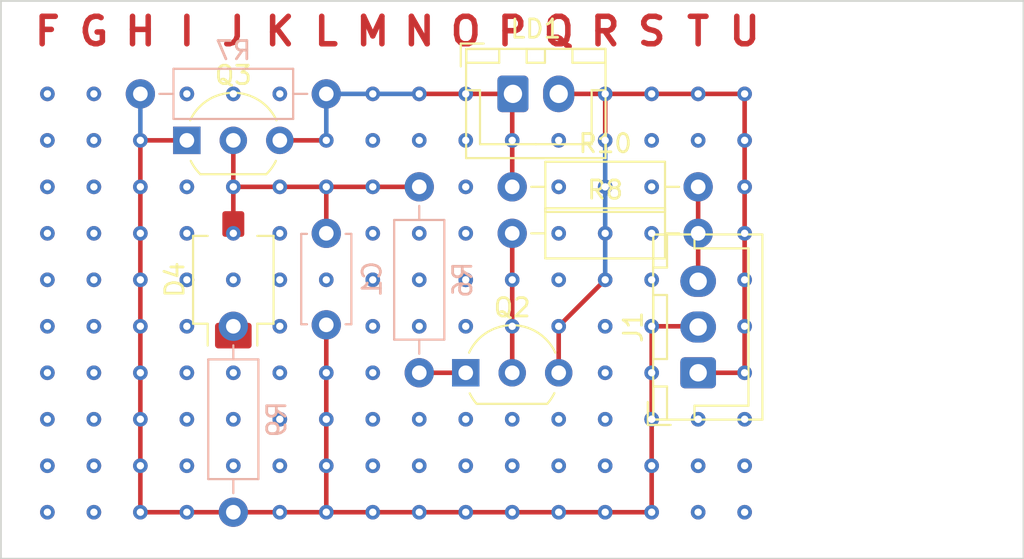
<source format=kicad_pcb>
(kicad_pcb (version 20221018) (generator pcbnew)
  (layers (0 "F.Cu" signal) (31 "B.Cu" signal) (34 "B.Paste" user) (35 "F.Paste" user) (36 "B.SilkS" user "B.Silkscreen") (37 "F.SilkS" user "F.Silkscreen") (38 "B.Mask" user) (39 "F.Mask" user) (44 "Edge.Cuts" user))
  (net 0 "")
  (footprint "Connector_JST:JST_XH_B3B-XH-A_1x03_P2.50mm_Vertical" (layer "F.Cu") (at 88.9 48.26 90)
    (fp_text reference "J1" (at 2.5 -3.55 90) (layer "F.SilkS"))
    (fp_text value "JST_XH_B3B-XH-A_1x03_P2.50mm_Vertical" hide)
    (fp_line (start -2.85 -2.75) (end -2.85 -1.5) (stroke (width 0.12)) (layer "F.SilkS"))
    (fp_line (start -2.56 -2.46) (end -2.56 3.51) (stroke (width 0.12)) (layer "F.SilkS"))
    (fp_line (start -2.56 3.51) (end 7.56 3.51) (stroke (width 0.12)) (layer "F.SilkS"))
    (fp_line (start -2.55 -2.45) (end -2.55 -1.7) (stroke (width 0.12)) (layer "F.SilkS"))
    (fp_line (start -2.55 -1.7) (end -0.75 -1.7) (stroke (width 0.12)) (layer "F.SilkS"))
    (fp_line (start -2.55 -0.2) (end -1.8 -0.2) (stroke (width 0.12)) (layer "F.SilkS"))
    (fp_line (start -1.8 -0.2) (end -1.8 2.75) (stroke (width 0.12)) (layer "F.SilkS"))
    (fp_line (start -1.8 2.75) (end 2.5 2.75) (stroke (width 0.12)) (layer "F.SilkS"))
    (fp_line (start -1.6 -2.75) (end -2.85 -2.75) (stroke (width 0.12)) (layer "F.SilkS"))
    (fp_line (start -0.75 -2.45) (end -2.55 -2.45) (stroke (width 0.12)) (layer "F.SilkS"))
    (fp_line (start -0.75 -1.7) (end -0.75 -2.45) (stroke (width 0.12)) (layer "F.SilkS"))
    (fp_line (start 0.75 -2.45) (end 0.75 -1.7) (stroke (width 0.12)) (layer "F.SilkS"))
    (fp_line (start 0.75 -1.7) (end 4.25 -1.7) (stroke (width 0.12)) (layer "F.SilkS"))
    (fp_line (start 4.25 -2.45) (end 0.75 -2.45) (stroke (width 0.12)) (layer "F.SilkS"))
    (fp_line (start 4.25 -1.7) (end 4.25 -2.45) (stroke (width 0.12)) (layer "F.SilkS"))
    (fp_line (start 5.75 -2.45) (end 5.75 -1.7) (stroke (width 0.12)) (layer "F.SilkS"))
    (fp_line (start 5.75 -1.7) (end 7.55 -1.7) (stroke (width 0.12)) (layer "F.SilkS"))
    (fp_line (start 6.8 -0.2) (end 6.8 2.75) (stroke (width 0.12)) (layer "F.SilkS"))
    (fp_line (start 6.8 2.75) (end 2.5 2.75) (stroke (width 0.12)) (layer "F.SilkS"))
    (fp_line (start 7.55 -2.45) (end 5.75 -2.45) (stroke (width 0.12)) (layer "F.SilkS"))
    (fp_line (start 7.55 -1.7) (end 7.55 -2.45) (stroke (width 0.12)) (layer "F.SilkS"))
    (fp_line (start 7.55 -0.2) (end 6.8 -0.2) (stroke (width 0.12)) (layer "F.SilkS"))
    (fp_line (start 7.56 -2.46) (end -2.56 -2.46) (stroke (width 0.12)) (layer "F.SilkS"))
    (fp_line (start 7.56 3.51) (end 7.56 -2.46) (stroke (width 0.12)) (layer "F.SilkS"))
    (pad "1" thru_hole roundrect (at 0 0 90) (size 1.7 1.95) (drill 0.95) (layers "*.Cu" "*.Mask") (roundrect_rratio 0.147059))
    (pad "2" thru_hole oval (at 2.5 0 90) (size 1.7 1.95) (drill 0.95) (layers "*.Cu" "*.Mask"))
    (pad "3" thru_hole oval (at 5 0 90) (size 1.7 1.95) (drill 0.95) (layers "*.Cu" "*.Mask"))
  )
  (footprint "Connector_JST:JST_XH_B2B-XH-A_1x02_P2.50mm_Vertical" (layer "F.Cu") (at 78.78 33.02)
    (fp_text reference "LD1" (at 1.25 -3.55) (layer "F.SilkS"))
    (fp_text value "JST_XH_B2B-XH-A_1x02_P2.50mm_Vertical" hide)
    (fp_line (start -2.85 -2.75) (end -2.85 -1.5) (stroke (width 0.12)) (layer "F.SilkS"))
    (fp_line (start -2.56 -2.46) (end -2.56 3.51) (stroke (width 0.12)) (layer "F.SilkS"))
    (fp_line (start -2.56 3.51) (end 5.06 3.51) (stroke (width 0.12)) (layer "F.SilkS"))
    (fp_line (start -2.55 -2.45) (end -2.55 -1.7) (stroke (width 0.12)) (layer "F.SilkS"))
    (fp_line (start -2.55 -1.7) (end -0.75 -1.7) (stroke (width 0.12)) (layer "F.SilkS"))
    (fp_line (start -2.55 -0.2) (end -1.8 -0.2) (stroke (width 0.12)) (layer "F.SilkS"))
    (fp_line (start -1.8 -0.2) (end -1.8 2.75) (stroke (width 0.12)) (layer "F.SilkS"))
    (fp_line (start -1.8 2.75) (end 1.25 2.75) (stroke (width 0.12)) (layer "F.SilkS"))
    (fp_line (start -1.6 -2.75) (end -2.85 -2.75) (stroke (width 0.12)) (layer "F.SilkS"))
    (fp_line (start -0.75 -2.45) (end -2.55 -2.45) (stroke (width 0.12)) (layer "F.SilkS"))
    (fp_line (start -0.75 -1.7) (end -0.75 -2.45) (stroke (width 0.12)) (layer "F.SilkS"))
    (fp_line (start 0.75 -2.45) (end 0.75 -1.7) (stroke (width 0.12)) (layer "F.SilkS"))
    (fp_line (start 0.75 -1.7) (end 1.75 -1.7) (stroke (width 0.12)) (layer "F.SilkS"))
    (fp_line (start 1.75 -2.45) (end 0.75 -2.45) (stroke (width 0.12)) (layer "F.SilkS"))
    (fp_line (start 1.75 -1.7) (end 1.75 -2.45) (stroke (width 0.12)) (layer "F.SilkS"))
    (fp_line (start 3.25 -2.45) (end 3.25 -1.7) (stroke (width 0.12)) (layer "F.SilkS"))
    (fp_line (start 3.25 -1.7) (end 5.05 -1.7) (stroke (width 0.12)) (layer "F.SilkS"))
    (fp_line (start 4.3 -0.2) (end 4.3 2.75) (stroke (width 0.12)) (layer "F.SilkS"))
    (fp_line (start 4.3 2.75) (end 1.25 2.75) (stroke (width 0.12)) (layer "F.SilkS"))
    (fp_line (start 5.05 -2.45) (end 3.25 -2.45) (stroke (width 0.12)) (layer "F.SilkS"))
    (fp_line (start 5.05 -1.7) (end 5.05 -2.45) (stroke (width 0.12)) (layer "F.SilkS"))
    (fp_line (start 5.05 -0.2) (end 4.3 -0.2) (stroke (width 0.12)) (layer "F.SilkS"))
    (fp_line (start 5.06 -2.46) (end -2.56 -2.46) (stroke (width 0.12)) (layer "F.SilkS"))
    (fp_line (start 5.06 3.51) (end 5.06 -2.46) (stroke (width 0.12)) (layer "F.SilkS"))
    (pad "1" thru_hole roundrect (at 0 0) (size 1.7 2) (drill 1) (layers "*.Cu" "*.Mask") (roundrect_rratio 0.147059))
    (pad "2" thru_hole oval (at 2.5 0) (size 1.7 2) (drill 1) (layers "*.Cu" "*.Mask"))
  )
  (footprint "Resistor_THT:R_Axial_DIN0207_L6.3mm_D2.5mm_P10.16mm_Horizontal" (layer "F.Cu") (at 78.74 38.1)
    (fp_text reference "R10" (at 5.08 -2.37) (layer "F.SilkS"))
    (fp_text value "R_Axial_DIN0207_L6.3mm_D2.5mm_P10.16mm_Horizontal" hide)
    (fp_line (start 1.04 0) (end 1.81 0) (stroke (width 0.12)) (layer "F.SilkS"))
    (fp_line (start 1.81 -1.37) (end 1.81 1.37) (stroke (width 0.12)) (layer "F.SilkS"))
    (fp_line (start 1.81 1.37) (end 8.35 1.37) (stroke (width 0.12)) (layer "F.SilkS"))
    (fp_line (start 8.35 -1.37) (end 1.81 -1.37) (stroke (width 0.12)) (layer "F.SilkS"))
    (fp_line (start 8.35 1.37) (end 8.35 -1.37) (stroke (width 0.12)) (layer "F.SilkS"))
    (fp_line (start 9.12 0) (end 8.35 0) (stroke (width 0.12)) (layer "F.SilkS"))
    (pad "1" thru_hole circle (at 0 0) (size 1.6 1.6) (drill 0.8) (layers "*.Cu" "*.Mask"))
    (pad "2" thru_hole oval (at 10.16 0) (size 1.6 1.6) (drill 0.8) (layers "*.Cu" "*.Mask"))
  )
  (footprint "Package_TO_SOT_THT:TO-92L_Inline_Wide" (layer "F.Cu") (at 76.2 48.26)
    (fp_text reference "Q2" (at 2.54 -3.56) (layer "F.SilkS"))
    (fp_text value "TO-92L_Inline_Wide" hide)
    (fp_line (start 0.6 1.7) (end 4.45 1.7) (stroke (width 0.12)) (layer "F.SilkS"))
    (fp_arc (start 0.1836 -1.098807) (mid 1.143021 -2.192817) (end 2.54 -2.6) (stroke (width 0.12)) (layer "F.SilkS"))
    (fp_arc (start 0.6 1.7) (mid 0.389183 1.423933) (end 0.217369 1.122045) (stroke (width 0.12)) (layer "F.SilkS"))
    (fp_arc (start 2.54 -2.6) (mid 3.936979 -2.192818) (end 4.8964 -1.098807) (stroke (width 0.12)) (layer "F.SilkS"))
    (fp_arc (start 4.842383 1.112264) (mid 4.666594 1.419753) (end 4.45 1.7) (stroke (width 0.12)) (layer "F.SilkS"))
    (pad "1" thru_hole rect (at 0 0) (size 1.5 1.5) (drill 0.8) (layers "*.Cu" "*.Mask"))
    (pad "2" thru_hole circle (at 2.54 0) (size 1.5 1.5) (drill 0.8) (layers "*.Cu" "*.Mask"))
    (pad "3" thru_hole circle (at 5.08 0) (size 1.5 1.5) (drill 0.8) (layers "*.Cu" "*.Mask"))
  )
  (footprint "OptoDevice:Osram_SFH2430" (layer "F.Cu") (at 63.5 43.18 90)
    (fp_text reference "D4" (at 0.01 -3.2 90) (layer "F.SilkS"))
    (fp_text value "Osram_SFH2430" hide)
    (fp_line (start -3.59 1.31) (end -2.4 1.31) (stroke (width 0.12)) (layer "F.SilkS"))
    (fp_line (start -2.41 -1.4) (end -3.59 -1.4) (stroke (width 0.12)) (layer "F.SilkS"))
    (fp_line (start -2.4 -2.2) (end -2.4 -1.4) (stroke (width 0.12)) (layer "F.SilkS"))
    (fp_line (start -2.4 1.31) (end -2.4 2.2) (stroke (width 0.12)) (layer "F.SilkS"))
    (fp_line (start -2.4 2.2) (end 2.4 2.2) (stroke (width 0.12)) (layer "F.SilkS"))
    (fp_line (start 2.4 -2.2) (end -2.4 -2.2) (stroke (width 0.12)) (layer "F.SilkS"))
    (fp_line (start 2.4 -1.4) (end 2.4 -2.2) (stroke (width 0.12)) (layer "F.SilkS"))
    (fp_line (start 2.4 2.2) (end 2.4 1.31) (stroke (width 0.12)) (layer "F.SilkS"))
    (pad "1" smd roundrect (at -3.05 0 270) (size 1.4 2) (layers "F.Cu" "F.Mask") (roundrect_rratio 0.125))
    (pad "2" smd roundrect (at 3.05 0 270) (size 1.4 1.2) (layers "F.Cu" "F.Mask") (roundrect_rratio 0.125))
  )
  (footprint "Resistor_THT:R_Axial_DIN0207_L6.3mm_D2.5mm_P10.16mm_Horizontal" (layer "F.Cu") (at 78.74 40.64)
    (fp_text reference "R8" (at 5.08 -2.37) (layer "F.SilkS"))
    (fp_text value "R_Axial_DIN0207_L6.3mm_D2.5mm_P10.16mm_Horizontal" hide)
    (fp_line (start 1.04 0) (end 1.81 0) (stroke (width 0.12)) (layer "F.SilkS"))
    (fp_line (start 1.81 -1.37) (end 1.81 1.37) (stroke (width 0.12)) (layer "F.SilkS"))
    (fp_line (start 1.81 1.37) (end 8.35 1.37) (stroke (width 0.12)) (layer "F.SilkS"))
    (fp_line (start 8.35 -1.37) (end 1.81 -1.37) (stroke (width 0.12)) (layer "F.SilkS"))
    (fp_line (start 8.35 1.37) (end 8.35 -1.37) (stroke (width 0.12)) (layer "F.SilkS"))
    (fp_line (start 9.12 0) (end 8.35 0) (stroke (width 0.12)) (layer "F.SilkS"))
    (pad "1" thru_hole circle (at 0 0) (size 1.6 1.6) (drill 0.8) (layers "*.Cu" "*.Mask"))
    (pad "2" thru_hole oval (at 10.16 0) (size 1.6 1.6) (drill 0.8) (layers "*.Cu" "*.Mask"))
  )
  (footprint "Package_TO_SOT_THT:TO-92_Inline_Wide" (layer "F.Cu") (at 60.96 35.56)
    (fp_text reference "Q3" (at 2.54 -3.56) (layer "F.SilkS"))
    (fp_text value "TO-92_Inline_Wide" hide)
    (fp_line (start 0.74 1.85) (end 4.34 1.85) (stroke (width 0.12)) (layer "F.SilkS"))
    (fp_arc (start 0.1836 -1.098807) (mid 1.143021 -2.192817) (end 2.54 -2.6) (stroke (width 0.12)) (layer "F.SilkS"))
    (fp_arc (start 0.74 1.85) (mid 0.446097 1.509328) (end 0.215816 1.122795) (stroke (width 0.12)) (layer "F.SilkS"))
    (fp_arc (start 2.54 -2.6) (mid 3.936979 -2.192818) (end 4.8964 -1.098807) (stroke (width 0.12)) (layer "F.SilkS"))
    (fp_arc (start 4.864184 1.122795) (mid 4.633903 1.509328) (end 4.34 1.85) (stroke (width 0.12)) (layer "F.SilkS"))
    (pad "1" thru_hole rect (at 0 0) (size 1.5 1.5) (drill 0.8) (layers "*.Cu" "*.Mask"))
    (pad "2" thru_hole circle (at 2.54 0) (size 1.5 1.5) (drill 0.8) (layers "*.Cu" "*.Mask"))
    (pad "3" thru_hole circle (at 5.08 0) (size 1.5 1.5) (drill 0.8) (layers "*.Cu" "*.Mask"))
  )
  (footprint "Resistor_THT:R_Axial_DIN0207_L6.3mm_D2.5mm_P10.16mm_Horizontal" (layer "B.Cu") (at 73.66 48.26 90)
    (fp_text reference "R6" (at 5.08 2.37 90) (layer "B.SilkS") (effects (justify mirror)))
    (fp_text value "R_Axial_DIN0207_L6.3mm_D2.5mm_P10.16mm_Horizontal" hide)
    (fp_line (start 1.04 0) (end 1.81 0) (stroke (width 0.12)) (layer "B.SilkS"))
    (fp_line (start 1.81 -1.37) (end 8.35 -1.37) (stroke (width 0.12)) (layer "B.SilkS"))
    (fp_line (start 1.81 1.37) (end 1.81 -1.37) (stroke (width 0.12)) (layer "B.SilkS"))
    (fp_line (start 8.35 -1.37) (end 8.35 1.37) (stroke (width 0.12)) (layer "B.SilkS"))
    (fp_line (start 8.35 1.37) (end 1.81 1.37) (stroke (width 0.12)) (layer "B.SilkS"))
    (fp_line (start 9.12 0) (end 8.35 0) (stroke (width 0.12)) (layer "B.SilkS"))
    (pad "1" thru_hole circle (at 0 0 90) (size 1.6 1.6) (drill 0.8) (layers "*.Cu" "*.Mask"))
    (pad "2" thru_hole oval (at 10.16 0 90) (size 1.6 1.6) (drill 0.8) (layers "*.Cu" "*.Mask"))
  )
  (footprint "Capacitor_THT:C_Disc_D4.7mm_W2.5mm_P5.00mm" (layer "B.Cu") (at 68.58 45.64 90)
    (fp_text reference "C1" (at 2.5 2.5 90) (layer "B.SilkS") (effects (justify mirror)))
    (fp_text value "C_Disc_D4.7mm_W2.5mm_P5.00mm" hide)
    (fp_line (start 0.03 -1.37) (end 4.97 -1.37) (stroke (width 0.12)) (layer "B.SilkS"))
    (fp_line (start 0.03 -1.055) (end 0.03 -1.37) (stroke (width 0.12)) (layer "B.SilkS"))
    (fp_line (start 0.03 1.37) (end 0.03 1.055) (stroke (width 0.12)) (layer "B.SilkS"))
    (fp_line (start 0.03 1.37) (end 4.97 1.37) (stroke (width 0.12)) (layer "B.SilkS"))
    (fp_line (start 4.97 -1.055) (end 4.97 -1.37) (stroke (width 0.12)) (layer "B.SilkS"))
    (fp_line (start 4.97 1.37) (end 4.97 1.055) (stroke (width 0.12)) (layer "B.SilkS"))
    (pad "1" thru_hole circle (at 0 0 90) (size 1.6 1.6) (drill 0.8) (layers "*.Cu" "*.Mask"))
    (pad "2" thru_hole circle (at 5 0 90) (size 1.6 1.6) (drill 0.8) (layers "*.Cu" "*.Mask"))
  )
  (footprint "Resistor_THT:R_Axial_DIN0207_L6.3mm_D2.5mm_P10.16mm_Horizontal" (layer "B.Cu") (at 63.5 55.88 90)
    (fp_text reference "R9" (at 5.08 2.37 90) (layer "B.SilkS") (effects (justify mirror)))
    (fp_text value "R_Axial_DIN0207_L6.3mm_D2.5mm_P10.16mm_Horizontal" hide)
    (fp_line (start 1.04 0) (end 1.81 0) (stroke (width 0.12)) (layer "B.SilkS"))
    (fp_line (start 1.81 -1.37) (end 8.35 -1.37) (stroke (width 0.12)) (layer "B.SilkS"))
    (fp_line (start 1.81 1.37) (end 1.81 -1.37) (stroke (width 0.12)) (layer "B.SilkS"))
    (fp_line (start 8.35 -1.37) (end 8.35 1.37) (stroke (width 0.12)) (layer "B.SilkS"))
    (fp_line (start 8.35 1.37) (end 1.81 1.37) (stroke (width 0.12)) (layer "B.SilkS"))
    (fp_line (start 9.12 0) (end 8.35 0) (stroke (width 0.12)) (layer "B.SilkS"))
    (pad "1" thru_hole circle (at 0 0 90) (size 1.6 1.6) (drill 0.8) (layers "*.Cu" "*.Mask"))
    (pad "2" thru_hole oval (at 10.16 0 90) (size 1.6 1.6) (drill 0.8) (layers "*.Cu" "*.Mask"))
  )
  (footprint "Resistor_THT:R_Axial_DIN0207_L6.3mm_D2.5mm_P10.16mm_Horizontal" (layer "B.Cu") (at 68.58 33.02 180)
    (fp_text reference "R7" (at 5.08 2.37) (layer "B.SilkS") (effects (justify mirror)))
    (fp_text value "R_Axial_DIN0207_L6.3mm_D2.5mm_P10.16mm_Horizontal" hide)
    (fp_line (start 1.04 0) (end 1.81 0) (stroke (width 0.12)) (layer "B.SilkS"))
    (fp_line (start 1.81 -1.37) (end 8.35 -1.37) (stroke (width 0.12)) (layer "B.SilkS"))
    (fp_line (start 1.81 1.37) (end 1.81 -1.37) (stroke (width 0.12)) (layer "B.SilkS"))
    (fp_line (start 8.35 -1.37) (end 8.35 1.37) (stroke (width 0.12)) (layer "B.SilkS"))
    (fp_line (start 8.35 1.37) (end 1.81 1.37) (stroke (width 0.12)) (layer "B.SilkS"))
    (fp_line (start 9.12 0) (end 8.35 0) (stroke (width 0.12)) (layer "B.SilkS"))
    (pad "1" thru_hole circle (at 0 0 180) (size 1.6 1.6) (drill 0.8) (layers "*.Cu" "*.Mask"))
    (pad "2" thru_hole oval (at 10.16 0 180) (size 1.6 1.6) (drill 0.8) (layers "*.Cu" "*.Mask"))
  )
  (gr_rect (start 50.8 27.94) (end 106.68 58.42) (stroke (width 0.1)) (fill none) (layer "Edge.Cuts"))
  (gr_text "O" (at 76.2 30.48) (layer "F.Cu") (effects (font (size 1.5 1.5) (thickness 0.3) bold) (justify bottom)))
  (gr_text "I" (at 60.96 30.48) (layer "F.Cu") (effects (font (size 1.5 1.5) (thickness 0.3) bold) (justify bottom)))
  (gr_text "N" (at 73.66 30.48) (layer "F.Cu") (effects (font (size 1.5 1.5) (thickness 0.3) bold) (justify bottom)))
  (gr_text "R" (at 83.82 30.48) (layer "F.Cu") (effects (font (size 1.5 1.5) (thickness 0.3) bold) (justify bottom)))
  (gr_text "K" (at 66.04 30.48) (layer "F.Cu") (effects (font (size 1.5 1.5) (thickness 0.3) bold) (justify bottom)))
  (gr_text "G" (at 55.88 30.48) (layer "F.Cu") (effects (font (size 1.5 1.5) (thickness 0.3) bold) (justify bottom)))
  (gr_text "L" (at 68.58 30.48) (layer "F.Cu") (effects (font (size 1.5 1.5) (thickness 0.3) bold) (justify bottom)))
  (gr_text "J" (at 63.5 30.48) (layer "F.Cu") (effects (font (size 1.5 1.5) (thickness 0.3) bold) (justify bottom)))
  (gr_text "U" (at 91.44 30.48) (layer "F.Cu") (effects (font (size 1.5 1.5) (thickness 0.3) bold) (justify bottom)))
  (gr_text "T" (at 88.9 30.48) (layer "F.Cu") (effects (font (size 1.5 1.5) (thickness 0.3) bold) (justify bottom)))
  (gr_text "H" (at 58.42 30.48) (layer "F.Cu") (effects (font (size 1.5 1.5) (thickness 0.3) bold) (justify bottom)))
  (gr_text "P" (at 78.74 30.48) (layer "F.Cu") (effects (font (size 1.5 1.5) (thickness 0.3) bold) (justify bottom)))
  (gr_text "M" (at 71.12 30.48) (layer "F.Cu") (effects (font (size 1.5 1.5) (thickness 0.3) bold) (justify bottom)))
  (gr_text "Q" (at 81.28 30.48) (layer "F.Cu") (effects (font (size 1.5 1.5) (thickness 0.3) bold) (justify bottom)))
  (gr_text "F" (at 53.34 30.48) (layer "F.Cu") (effects (font (size 1.5 1.5) (thickness 0.3) bold) (justify bottom)))
  (gr_text "S" (at 86.36 30.48) (layer "F.Cu") (effects (font (size 1.5 1.5) (thickness 0.3) bold) (justify bottom)))
  (segment (start 68.58 35.56) (end 66.04 35.56) (width 0.25) (layer "F.Cu") (net 0))
  (segment (start 63.5 38.1) (end 73.66 38.1) (width 0.25) (layer "F.Cu") (net 0))
  (segment (start 81.28 48.26) (end 81.28 45.72) (width 0.25) (layer "F.Cu") (net 0))
  (segment (start 68.58 55.88) (end 68.58 53.34) (width 0.25) (layer "F.Cu") (net 0))
  (segment (start 86.36 55.88) (end 86.36 53.34) (width 0.25) (layer "F.Cu") (net 0))
  (segment (start 63.5 35.56) (end 63.5 40.64) (width 0.25) (layer "F.Cu") (net 0))
  (segment (start 73.66 33.02) (end 78.78 33.02) (width 0.25) (layer "F.Cu") (net 0))
  (segment (start 76.2 48.26) (end 73.66 48.26) (width 0.25) (layer "F.Cu") (net 0))
  (segment (start 78.74 40.64) (end 78.74 48.26) (width 0.25) (layer "F.Cu") (net 0))
  (segment (start 58.42 50.8) (end 58.42 53.34) (width 0.25) (layer "F.Cu") (net 0))
  (segment (start 78.74 38.1) (end 78.74 33.02) (width 0.25) (layer "F.Cu") (net 0))
  (segment (start 68.58 38.1) (end 68.58 40.64) (width 0.25) (layer "F.Cu") (net 0))
  (segment (start 81.28 45.72) (end 83.82 43.18) (width 0.25) (layer "F.Cu") (net 0))
  (segment (start 68.58 50.8) (end 68.58 45.72) (width 0.25) (layer "F.Cu") (net 0))
  (segment (start 88.9 43.26) (end 88.9 38.1) (width 0.25) (layer "F.Cu") (net 0))
  (segment (start 68.58 50.8) (end 68.58 53.34) (width 0.25) (layer "F.Cu") (net 0))
  (segment (start 86.36 45.72) (end 88.9 45.72) (width 0.25) (layer "F.Cu") (net 0))
  (segment (start 58.42 35.56) (end 58.42 50.8) (width 0.25) (layer "F.Cu") (net 0))
  (segment (start 91.44 33.02) (end 81.28 33.02) (width 0.25) (layer "F.Cu") (net 0))
  (segment (start 60.96 35.56) (end 58.42 35.56) (width 0.25) (layer "F.Cu") (net 0))
  (segment (start 88.9 48.26) (end 91.44 48.26) (width 0.25) (layer "F.Cu") (net 0))
  (segment (start 86.36 53.34) (end 86.36 45.72) (width 0.25) (layer "F.Cu") (net 0))
  (segment (start 58.42 53.34) (end 58.42 55.88) (width 0.25) (layer "F.Cu") (net 0))
  (segment (start 91.44 48.26) (end 91.44 33.02) (width 0.25) (layer "F.Cu") (net 0))
  (segment (start 58.42 55.88) (end 86.36 55.88) (width 0.25) (layer "F.Cu") (net 0))
  (segment (start 83.82 33.02) (end 83.82 35.56) (width 0.25) (layer "F.Cu") (net 0))
  (via (at 63.5 45.72) (size 0.8) (drill 0.4) (layers "F.Cu" "B.Cu") (net 0))
  (via (at 83.82 45.72) (size 0.8) (drill 0.4) (layers "F.Cu" "B.Cu") (net 0))
  (via (at 68.58 45.72) (size 0.8) (drill 0.4) (layers "F.Cu" "B.Cu") (net 0))
  (via (at 63.5 38.1) (size 0.8) (drill 0.4) (layers "F.Cu" "B.Cu") (net 0))
  (via (at 60.96 50.8) (size 0.8) (drill 0.4) (layers "F.Cu" "B.Cu") (net 0))
  (via (at 68.58 40.64) (size 0.8) (drill 0.4) (layers "F.Cu" "B.Cu") (net 0))
  (via (at 58.42 53.34) (size 0.8) (drill 0.4) (layers "F.Cu" "B.Cu") (net 0))
  (via (at 66.04 50.8) (size 0.8) (drill 0.4) (layers "F.Cu" "B.Cu") (net 0))
  (via (at 71.12 43.18) (size 0.8) (drill 0.4) (layers "F.Cu" "B.Cu") (net 0))
  (via (at 55.88 33.02) (size 0.8) (drill 0.4) (layers "F.Cu" "B.Cu") (net 0))
  (via (at 81.28 45.72) (size 0.8) (drill 0.4) (layers "F.Cu" "B.Cu") (net 0))
  (via (at 60.96 38.1) (size 0.8) (drill 0.4) (layers "F.Cu" "B.Cu") (net 0))
  (via (at 58.42 48.26) (size 0.8) (drill 0.4) (layers "F.Cu" "B.Cu") (net 0))
  (via (at 91.44 35.56) (size 0.8) (drill 0.4) (layers "F.Cu" "B.Cu") (net 0))
  (via (at 76.2 55.88) (size 0.8) (drill 0.4) (layers "F.Cu" "B.Cu") (net 0))
  (via (at 68.58 38.1) (size 0.8) (drill 0.4) (layers "F.Cu" "B.Cu") (net 0))
  (via (at 83.82 53.34) (size 0.8) (drill 0.4) (layers "F.Cu" "B.Cu") (net 0))
  (via (at 81.28 53.34) (size 0.8) (drill 0.4) (layers "F.Cu" "B.Cu") (net 0))
  (via (at 58.42 40.64) (size 0.8) (drill 0.4) (layers "F.Cu" "B.Cu") (net 0))
  (via (at 88.9 50.8) (size 0.8) (drill 0.4) (layers "F.Cu" "B.Cu") (net 0))
  (via (at 73.66 43.18) (size 0.8) (drill 0.4) (layers "F.Cu" "B.Cu") (net 0))
  (via (at 63.5 55.88) (size 0.8) (drill 0.4) (layers "F.Cu" "B.Cu") (net 0))
  (via (at 83.82 35.56) (size 0.8) (drill 0.4) (layers "F.Cu" "B.Cu") (net 0))
  (via (at 78.74 38.1) (size 0.8) (drill 0.4) (layers "F.Cu" "B.Cu") (net 0))
  (via (at 60.96 48.26) (size 0.8) (drill 0.4) (layers "F.Cu" "B.Cu") (net 0))
  (via (at 76.2 53.34) (size 0.8) (drill 0.4) (layers "F.Cu" "B.Cu") (net 0))
  (via (at 60.96 45.72) (size 0.8) (drill 0.4) (layers "F.Cu" "B.Cu") (net 0))
  (via (at 63.5 35.56) (size 0.8) (drill 0.4) (layers "F.Cu" "B.Cu") (net 0))
  (via (at 71.12 38.1) (size 0.8) (drill 0.4) (layers "F.Cu" "B.Cu") (net 0))
  (via (at 58.42 55.88) (size 0.8) (drill 0.4) (layers "F.Cu" "B.Cu") (net 0))
  (via (at 53.34 45.72) (size 0.8) (drill 0.4) (layers "F.Cu" "B.Cu") (net 0))
  (via (at 58.42 50.8) (size 0.8) (drill 0.4) (layers "F.Cu" "B.Cu") (net 0))
  (via (at 78.74 35.56) (size 0.8) (drill 0.4) (layers "F.Cu" "B.Cu") (net 0))
  (via (at 60.96 33.02) (size 0.8) (drill 0.4) (layers "F.Cu" "B.Cu") (net 0))
  (via (at 68.58 53.34) (size 0.8) (drill 0.4) (layers "F.Cu" "B.Cu") (net 0))
  (via (at 83.82 43.18) (size 0.8) (drill 0.4) (layers "F.Cu" "B.Cu") (net 0))
  (via (at 58.42 38.1) (size 0.8) (drill 0.4) (layers "F.Cu" "B.Cu") (net 0))
  (via (at 88.9 33.02) (size 0.8) (drill 0.4) (layers "F.Cu" "B.Cu") (net 0))
  (via (at 58.42 43.18) (size 0.8) (drill 0.4) (layers "F.Cu" "B.Cu") (net 0))
  (via (at 73.66 38.1) (size 0.8) (drill 0.4) (layers "F.Cu" "B.Cu") (net 0))
  (via (at 81.28 38.1) (size 0.8) (drill 0.4) (layers "F.Cu" "B.Cu") (net 0))
  (via (at 83.82 48.26) (size 0.8) (drill 0.4) (layers "F.Cu" "B.Cu") (net 0))
  (via (at 73.66 40.64) (size 0.8) (drill 0.4) (layers "F.Cu" "B.Cu") (net 0))
  (via (at 76.2 38.1) (size 0.8) (drill 0.4) (layers "F.Cu" "B.Cu") (net 0))
  (via (at 73.66 45.72) (size 0.8) (drill 0.4) (layers "F.Cu" "B.Cu") (net 0))
  (via (at 78.74 55.88) (size 0.8) (drill 0.4) (layers "F.Cu" "B.Cu") (net 0))
  (via (at 66.04 48.26) (size 0.8) (drill 0.4) (layers "F.Cu" "B.Cu") (net 0))
  (via (at 88.9 38.1) (size 0.8) (drill 0.4) (layers "F.Cu" "B.Cu") (net 0))
  (via (at 81.28 35.56) (size 0.8) (drill 0.4) (layers "F.Cu" "B.Cu") (net 0))
  (via (at 66.04 55.88) (size 0.8) (drill 0.4) (layers "F.Cu" "B.Cu") (net 0))
  (via (at 86.36 40.64) (size 0.8) (drill 0.4) (layers "F.Cu" "B.Cu") (net 0))
  (via (at 73.66 55.88) (size 0.8) (drill 0.4) (layers "F.Cu" "B.Cu") (net 0))
  (via (at 83.82 38.1) (size 0.8) (drill 0.4) (layers "F.Cu" "B.Cu") (net 0))
  (via (at 53.34 40.64) (size 0.8) (drill 0.4) (layers "F.Cu" "B.Cu") (net 0))
  (via (at 76.2 43.18) (size 0.8) (drill 0.4) (layers "F.Cu" "B.Cu") (net 0))
  (via (at 86.36 38.1) (size 0.8) (drill 0.4) (layers "F.Cu" "B.Cu") (net 0))
  (via (at 78.74 33.02) (size 0.8) (drill 0.4) (layers "F.Cu" "B.Cu") (net 0))
  (via (at 68.58 35.56) (size 0.8) (drill 0.4) (layers "F.Cu" "B.Cu") (net 0))
  (via (at 81.28 48.26) (size 0.8) (drill 0.4) (layers "F.Cu" "B.Cu") (net 0))
  (via (at 68.58 43.18) (size 0.8) (drill 0.4) (layers "F.Cu" "B.Cu") (net 0))
  (via (at 91.44 55.88) (size 0.8) (drill 0.4) (layers "F.Cu" "B.Cu") (net 0))
  (via (at 86.36 50.8) (size 0.8) (drill 0.4) (layers "F.Cu" "B.Cu") (net 0))
  (via (at 71.12 33.02) (size 0.8) (drill 0.4) (layers "F.Cu" "B.Cu") (net 0))
  (via (at 81.28 40.64) (size 0.8) (drill 0.4) (layers "F.Cu" "B.Cu") (net 0))
  (via (at 66.04 45.72) (size 0.8) (drill 0.4) (layers "F.Cu" "B.Cu") (net 0))
  (via (at 53.34 48.26) (size 0.8) (drill 0.4) (layers "F.Cu" "B.Cu") (net 0))
  (via (at 71.12 48.26) (size 0.8) (drill 0.4) (layers "F.Cu" "B.Cu") (net 0))
  (via (at 63.5 33.02) (size 0.8) (drill 0.4) (layers "F.Cu" "B.Cu") (net 0))
  (via (at 78.74 43.18) (size 0.8) (drill 0.4) (layers "F.Cu" "B.Cu") (net 0))
  (via (at 88.9 48.26) (size 0.8) (drill 0.4) (layers "F.Cu" "B.Cu") (net 0))
  (via (at 55.88 48.26) (size 0.8) (drill 0.4) (layers "F.Cu" "B.Cu") (net 0))
  (via (at 91.44 40.64) (size 0.8) (drill 0.4) (layers "F.Cu" "B.Cu") (net 0))
  (via (at 53.34 43.18) (size 0.8) (drill 0.4) (layers "F.Cu" "B.Cu") (net 0))
  (via (at 60.96 40.64) (size 0.8) (drill 0.4) (layers "F.Cu" "B.Cu") (net 0))
  (via (at 91.44 38.1) (size 0.8) (drill 0.4) (layers "F.Cu" "B.Cu") (net 0))
  (via (at 53.34 50.8) (size 0.8) (drill 0.4) (layers "F.Cu" "B.Cu") (net 0))
  (via (at 76.2 35.56) (size 0.8) (drill 0.4) (layers "F.Cu" "B.Cu") (net 0))
  (via (at 73.66 33.02) (size 0.8) (drill 0.4) (layers "F.Cu" "B.Cu") (net 0))
  (via (at 91.44 50.8) (size 0.8) (drill 0.4) (layers "F.Cu" "B.Cu") (net 0))
  (via (at 81.28 55.88) (size 0.8) (drill 0.4) (layers "F.Cu" "B.Cu") (net 0))
  (via (at 68.58 48.26) (size 0.8) (drill 0.4) (layers "F.Cu" "B.Cu") (net 0))
  (via (at 55.88 50.8) (size 0.8) (drill 0.4) (layers "F.Cu" "B.Cu") (net 0))
  (via (at 66.04 43.18) (size 0.8) (drill 0.4) (layers "F.Cu" "B.Cu") (net 0))
  (via (at 63.5 35.56) (size 0.8) (drill 0.4) (layers "F.Cu" "B.Cu") (net 0))
  (via (at 88.9 55.88) (size 0.8) (drill 0.4) (layers "F.Cu" "B.Cu") (net 0))
  (via (at 53.34 33.02) (size 0.8) (drill 0.4) (layers "F.Cu" "B.Cu") (net 0))
  (via (at 66.04 40.64) (size 0.8) (drill 0.4) (layers "F.Cu" "B.Cu") (net 0))
  (via (at 86.36 35.56) (size 0.8) (drill 0.4) (layers "F.Cu" "B.Cu") (net 0))
  (via (at 60.96 35.56) (size 0.8) (drill 0.4) (layers "F.Cu" "B.Cu") (net 0))
  (via (at 73.66 53.34) (size 0.8) (drill 0.4) (layers "F.Cu" "B.Cu") (net 0))
  (via (at 73.66 48.26) (size 0.8) (drill 0.4) (layers "F.Cu" "B.Cu") (net 0))
  (via (at 53.34 55.88) (size 0.8) (drill 0.4) (layers "F.Cu" "B.Cu") (net 0))
  (via (at 83.82 33.02) (size 0.8) (drill 0.4) (layers "F.Cu" "B.Cu") (net 0))
  (via (at 81.28 33.02) (size 0.8) (drill 0.4) (layers "F.Cu" "B.Cu") (net 0))
  (via (at 83.82 40.64) (size 0.8) (drill 0.4) (layers "F.Cu" "B.Cu") (net 0))
  (via (at 53.34 35.56) (size 0.8) (drill 0.4) (layers "F.Cu" "B.Cu") (net 0))
  (via (at 91.44 33.02) (size 0.8) (drill 0.4) (layers "F.Cu" "B.Cu") (net 0))
  (via (at 71.12 53.34) (size 0.8) (drill 0.4) (layers "F.Cu" "B.Cu") (net 0))
  (via (at 83.82 55.88) (size 0.8) (drill 0.4) (layers "F.Cu" "B.Cu") (net 0))
  (via (at 78.74 53.34) (size 0.8) (drill 0.4) (layers "F.Cu" "B.Cu") (net 0))
  (via (at 63.5 48.26) (size 0.8) (drill 0.4) (layers "F.Cu" "B.Cu") (net 0))
  (via (at 86.36 43.18) (size 0.8) (drill 0.4) (layers "F.Cu" "B.Cu") (net 0))
  (via (at 71.12 40.64) (size 0.8) (drill 0.4) (layers "F.Cu" "B.Cu") (net 0))
  (via (at 66.04 33.02) (size 0.8) (drill 0.4) (layers "F.Cu" "B.Cu") (net 0))
  (via (at 63.5 40.64) (size 0.8) (drill 0.4) (layers "F.Cu" "B.Cu") (net 0))
  (via (at 86.36 53.34) (size 0.8) (drill 0.4) (layers "F.Cu" "B.Cu") (net 0))
  (via (at 88.9 43.18) (size 0.8) (drill 0.4) (layers "F.Cu" "B.Cu") (net 0))
  (via (at 68.58 50.8) (size 0.8) (drill 0.4) (layers "F.Cu" "B.Cu") (net 0))
  (via (at 88.9 45.72) (size 0.8) (drill 0.4) (layers "F.Cu" "B.Cu") (net 0))
  (via (at 58.42 35.56) (size 0.8) (drill 0.4) (layers "F.Cu" "B.Cu") (net 0))
  (via (at 86.36 33.02) (size 0.8) (drill 0.4) (layers "F.Cu" "B.Cu") (net 0))
  (via (at 78.74 40.64) (size 0.8) (drill 0.4) (layers "F.Cu" "B.Cu") (net 0))
  (via (at 66.04 35.56) (size 0.8) (drill 0.4) (layers "F.Cu" "B.Cu") (net 0))
  (via (at 76.2 40.64) (size 0.8) (drill 0.4) (layers "F.Cu" "B.Cu") (net 0))
  (via (at 73.66 35.56) (size 0.8) (drill 0.4) (layers "F.Cu" "B.Cu") (net 0))
  (via (at 86.36 45.72) (size 0.8) (drill 0.4) (layers "F.Cu" "B.Cu") (net 0))
  (via (at 88.9 53.34) (size 0.8) (drill 0.4) (layers "F.Cu" "B.Cu") (net 0))
  (via (at 55.88 40.64) (size 0.8) (drill 0.4) (layers "F.Cu" "B.Cu") (net 0))
  (via (at 73.66 50.8) (size 0.8) (drill 0.4) (layers "F.Cu" "B.Cu") (net 0))
  (via (at 66.04 38.1) (size 0.8) (drill 0.4) (layers "F.Cu" "B.Cu") (net 0))
  (via (at 78.74 45.72) (size 0.8) (drill 0.4) (layers "F.Cu" "B.Cu") (net 0))
  (via (at 58.42 33.02) (size 0.8) (drill 0.4) (layers "F.Cu" "B.Cu") (net 0))
  (via (at 76.2 45.72) (size 0.8) (drill 0.4) (layers "F.Cu" "B.Cu") (net 0))
  (via (at 81.28 43.18) (size 0.8) (drill 0.4) (layers "F.Cu" "B.Cu") (net 0))
  (via (at 91.44 45.72) (size 0.8) (drill 0.4) (layers "F.Cu" "B.Cu") (net 0))
  (via (at 88.9 35.56) (size 0.8) (drill 0.4) (layers "F.Cu" "B.Cu") (net 0))
  (via (at 91.44 43.18) (size 0.8) (drill 0.4) (layers "F.Cu" "B.Cu") (net 0))
  (via (at 55.88 43.18) (size 0.8) (drill 0.4) (layers "F.Cu" "B.Cu") (net 0))
  (via (at 68.58 55.88) (size 0.8) (drill 0.4) (layers "F.Cu" "B.Cu") (net 0))
  (via (at 88.9 50.8) (size 0.8) (drill 0.4) (layers "F.Cu" "B.Cu") (net 0))
  (via (at 78.74 48.26) (size 0.8) (drill 0.4) (layers "F.Cu" "B.Cu") (net 0))
  (via (at 86.36 55.88) (size 0.8) (drill 0.4) (layers "F.Cu" "B.Cu") (net 0))
  (via (at 63.5 50.8) (size 0.8) (drill 0.4) (layers "F.Cu" "B.Cu") (net 0))
  (via (at 83.82 50.8) (size 0.8) (drill 0.4) (layers "F.Cu" "B.Cu") (net 0))
  (via (at 91.44 53.34) (size 0.8) (drill 0.4) (layers "F.Cu" "B.Cu") (net 0))
  (via (at 68.58 33.02) (size 0.8) (drill 0.4) (layers "F.Cu" "B.Cu") (net 0))
  (via (at 63.5 53.34) (size 0.8) (drill 0.4) (layers "F.Cu" "B.Cu") (net 0))
  (via (at 91.44 48.26) (size 0.8) (drill 0.4) (layers "F.Cu" "B.Cu") (net 0))
  (via (at 53.34 38.1) (size 0.8) (drill 0.4) (layers "F.Cu" "B.Cu") (net 0))
  (via (at 55.88 55.88) (size 0.8) (drill 0.4) (layers "F.Cu" "B.Cu") (net 0))
  (via (at 60.96 55.88) (size 0.8) (drill 0.4) (layers "F.Cu" "B.Cu") (net 0))
  (via (at 86.36 50.8) (size 0.8) (drill 0.4) (layers "F.Cu" "B.Cu") (net 0))
  (via (at 71.12 50.8) (size 0.8) (drill 0.4) (layers "F.Cu" "B.Cu") (net 0))
  (via (at 60.96 43.18) (size 0.8) (drill 0.4) (layers "F.Cu" "B.Cu") (net 0))
  (via (at 63.5 43.18) (size 0.8) (drill 0.4) (layers "F.Cu" "B.Cu") (net 0))
  (via (at 55.88 35.56) (size 0.8) (drill 0.4) (layers "F.Cu" "B.Cu") (net 0))
  (via (at 88.9 40.64) (size 0.8) (drill 0.4) (layers "F.Cu" "B.Cu") (net 0))
  (via (at 81.28 50.8) (size 0.8) (drill 0.4) (layers "F.Cu" "B.Cu") (net 0))
  (via (at 55.88 53.34) (size 0.8) (drill 0.4) (layers "F.Cu" "B.Cu") (net 0))
  (via (at 71.12 55.88) (size 0.8) (drill 0.4) (layers "F.Cu" "B.Cu") (net 0))
  (via (at 55.88 45.72) (size 0.8) (drill 0.4) (layers "F.Cu" "B.Cu") (net 0))
  (via (at 60.96 53.34) (size 0.8) (drill 0.4) (layers "F.Cu" "B.Cu") (net 0))
  (via (at 76.2 50.8) (size 0.8) (drill 0.4) (layers "F.Cu" "B.Cu") (net 0))
  (via (at 71.12 45.72) (size 0.8) (drill 0.4) (layers "F.Cu" "B.Cu") (net 0))
  (via (at 55.88 38.1) (size 0.8) (drill 0.4) (layers "F.Cu" "B.Cu") (net 0))
  (via (at 66.04 53.34) (size 0.8) (drill 0.4) (layers "F.Cu" "B.Cu") (net 0))
  (via (at 53.34 53.34) (size 0.8) (drill 0.4) (layers "F.Cu" "B.Cu") (net 0))
  (via (at 71.12 35.56) (size 0.8) (drill 0.4) (layers "F.Cu" "B.Cu") (net 0))
  (via (at 78.74 50.8) (size 0.8) (drill 0.4) (layers "F.Cu" "B.Cu") (net 0))
  (via (at 58.42 45.72) (size 0.8) (drill 0.4) (layers "F.Cu" "B.Cu") (net 0))
  (via (at 76.2 48.26) (size 0.8) (drill 0.4) (layers "F.Cu" "B.Cu") (net 0))
  (via (at 86.36 48.26) (size 0.8) (drill 0.4) (layers "F.Cu" "B.Cu") (net 0))
  (via (at 76.2 33.02) (size 0.8) (drill 0.4) (layers "F.Cu" "B.Cu") (net 0))
  (segment (start 83.82 35.56) (end 83.82 43.18) (width 0.25) (layer "B.Cu") (net 0))
  (segment (start 68.58 35.56) (end 68.58 33.02) (width 0.25) (layer "B.Cu") (net 0))
  (segment (start 73.66 33.02) (end 71.12 33.02) (width 0.25) (layer "B.Cu") (net 0))
  (segment (start 58.42 35.56) (end 58.42 33.02) (width 0.25) (layer "B.Cu") (net 0))
  (segment (start 71.12 33.02) (end 68.58 33.02) (width 0.25) (layer "B.Cu") (net 0))
)
</source>
